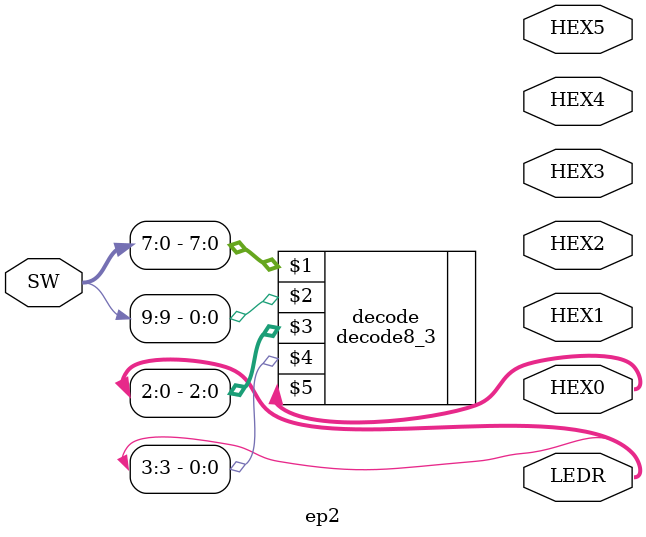
<source format=v>


module ep2(

	//////////// SW //////////
	input 		     [9:0]		SW,

	//////////// LED //////////
	output		     [9:0]		LEDR,

	//////////// Seg7 //////////
	output		     [6:0]		HEX0,
	output		     [6:0]		HEX1,
	output		     [6:0]		HEX2,
	output		     [6:0]		HEX3,
	output		     [6:0]		HEX4,
	output		     [6:0]		HEX5
);



//=======================================================
//  REG/WIRE declarations
//=======================================================

decode8_3 decode(SW[7:0],SW[9],LEDR[2:0],LEDR[3],HEX0[6:0]);


//=======================================================
//  Structural coding
//=======================================================



endmodule

</source>
